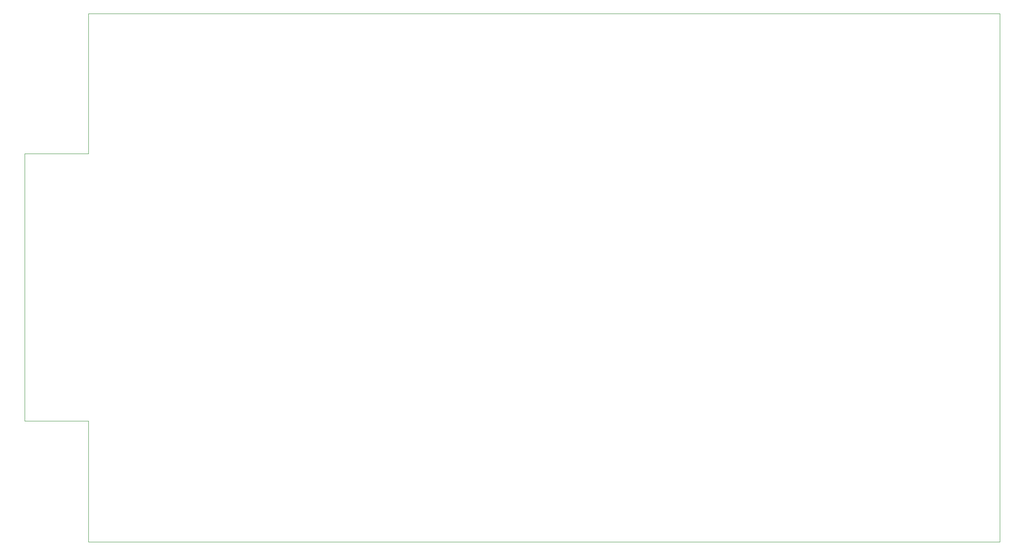
<source format=gbr>
G04 #@! TF.GenerationSoftware,KiCad,Pcbnew,(5.1.4)-1*
G04 #@! TF.CreationDate,2019-12-14T02:48:52+01:00*
G04 #@! TF.ProjectId,Z80Mini,5a38304d-696e-4692-9e6b-696361645f70,rev?*
G04 #@! TF.SameCoordinates,Original*
G04 #@! TF.FileFunction,Profile,NP*
%FSLAX46Y46*%
G04 Gerber Fmt 4.6, Leading zero omitted, Abs format (unit mm)*
G04 Created by KiCad (PCBNEW (5.1.4)-1) date 2019-12-14 02:48:52*
%MOMM*%
%LPD*%
G04 APERTURE LIST*
%ADD10C,0.050000*%
G04 APERTURE END LIST*
D10*
X259080000Y-149860000D02*
X77470000Y-149860000D01*
X259080000Y-44450000D02*
X259080000Y-149860000D01*
X256540000Y-44450000D02*
X259080000Y-44450000D01*
X77470000Y-44450000D02*
X256540000Y-44450000D01*
X77470000Y-72390000D02*
X77470000Y-44450000D01*
X64770000Y-72390000D02*
X77470000Y-72390000D01*
X64770000Y-125730000D02*
X64770000Y-72390000D01*
X77470000Y-125730000D02*
X64770000Y-125730000D01*
X77470000Y-149860000D02*
X77470000Y-125730000D01*
M02*

</source>
